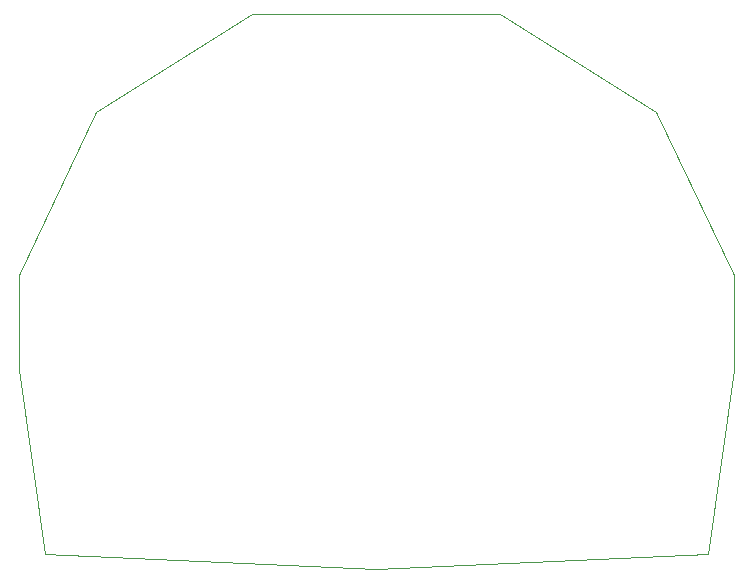
<source format=gm1>
%TF.GenerationSoftware,KiCad,Pcbnew,6.0.4-6f826c9f35~116~ubuntu20.04.1*%
%TF.CreationDate,2022-04-29T21:32:22-06:00*%
%TF.ProjectId,circle-big,63697263-6c65-42d6-9269-672e6b696361,rev?*%
%TF.SameCoordinates,Original*%
%TF.FileFunction,Profile,NP*%
%FSLAX46Y46*%
G04 Gerber Fmt 4.6, Leading zero omitted, Abs format (unit mm)*
G04 Created by KiCad (PCBNEW 6.0.4-6f826c9f35~116~ubuntu20.04.1) date 2022-04-29 21:32:22*
%MOMM*%
%LPD*%
G01*
G04 APERTURE LIST*
%TA.AperFunction,Profile*%
%ADD10C,0.100000*%
%TD*%
G04 APERTURE END LIST*
D10*
X17800000Y-46900000D02*
X17800000Y-38900000D01*
X24400000Y-25100000D02*
X37600000Y-16800000D01*
X20000000Y-62500000D02*
X17800000Y-46900000D01*
X37600000Y-16800000D02*
X58600000Y-16800000D01*
X17800000Y-38900000D02*
X24400000Y-25100000D01*
X78400000Y-46900000D02*
X76200000Y-62500000D01*
X58600000Y-16800000D02*
X71800000Y-25100000D01*
X71800000Y-25100000D02*
X78400000Y-38900000D01*
X48100000Y-63800000D02*
X76200000Y-62500000D01*
X78400000Y-38900000D02*
X78400000Y-46900000D01*
X20000000Y-62500000D02*
X48100000Y-63800000D01*
M02*

</source>
